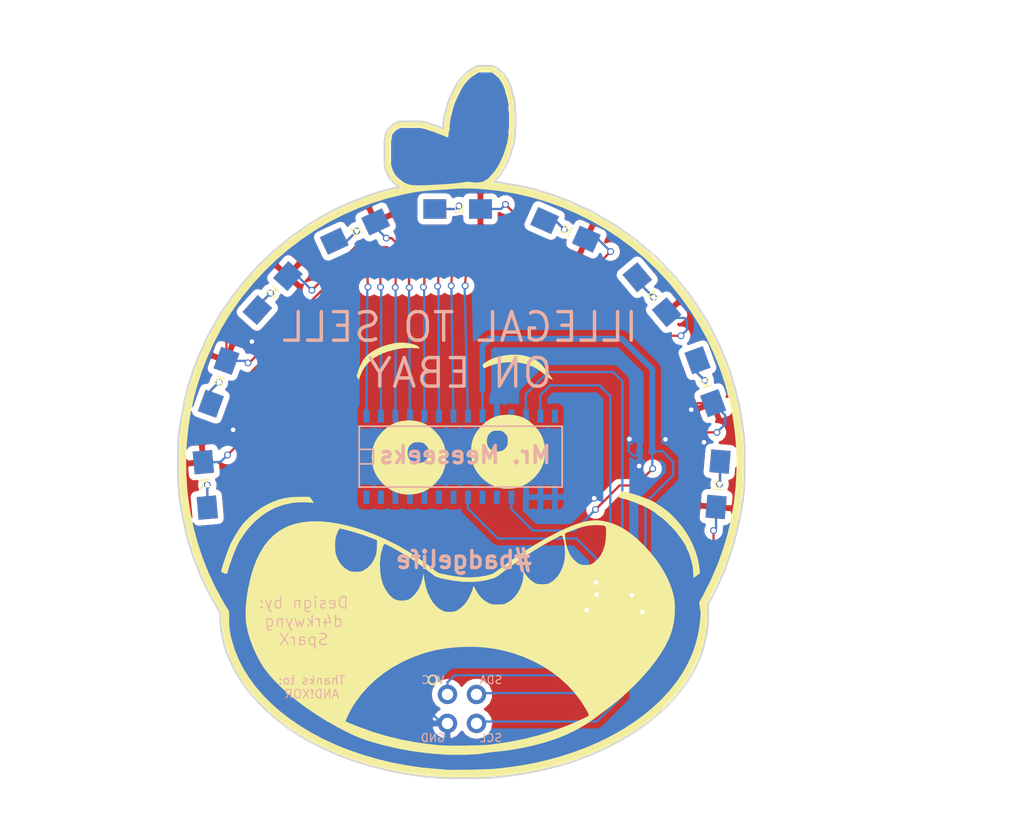
<source format=kicad_pcb>
(kicad_pcb (version 4) (host pcbnew 4.0.7)
  (layers (0 F.Cu signal) (31 B.Cu signal) (34 B.Paste user) (35 F.Paste user) (36 B.SilkS user) (37 F.SilkS user) (38 B.Mask user) (39 F.Mask user) (44 Edge.Cuts user))
  (net 0 "")
  (net 1 +3V3)
  (net 2 GND)
  (net 3 "Net-(D1-Pad2)")
  (net 4 "Net-(D2-Pad2)")
  (net 5 "Net-(D3-Pad2)")
  (net 6 "Net-(D4-Pad2)")
  (net 7 "Net-(D5-Pad2)")
  (net 8 "Net-(D6-Pad2)")
  (net 9 "Net-(D7-Pad2)")
  (net 10 "Net-(D8-Pad2)")
  (net 11 "Net-(D9-Pad2)")
  (net 12 "Net-(R1-Pad1)")
  (net 13 "Net-(R2-Pad1)")
  (net 14 "Net-(R3-Pad1)")
  (net 15 "Net-(R4-Pad1)")
  (net 16 "Net-(R5-Pad1)")
  (net 17 "Net-(R6-Pad1)")
  (net 18 "Net-(R7-Pad1)")
  (net 19 "Net-(R8-Pad1)")
  (net 20 "Net-(R9-Pad1)")
  (net 21 scl)
  (net 22 sda)
  (net 23 "Net-(U1-Pad19)")
  (net 24 "Net-(U1-Pad20)")
  (net 25 "Net-(U1-Pad22)")
  (net 26 "Net-(U1-Pad23)")
  (net 27 "Net-(U1-Pad24)")
  (net 28 "Net-(U1-Pad25)")
  (net 29 "Net-(U1-Pad26)")
  (net 30 "Net-(U1-Pad27)")
  (net 31 "Net-(U1-Pad28)")
  (module mrmeeseeks-addon:LED_1206_HandSoldering_MinSilk (layer F.Cu) (at 120.4468 93.0148 110)
    (fp_text reference D8)
    (fp_text value LED)
    (pad 1 smd rect (at -2 0 110) (size 2 1.7) (layers F.Cu F.Paste F.Mask) (net 2 GND))
    (pad 2 smd rect (at 2 0 110) (size 2 1.7) (layers F.Cu F.Paste F.Mask) (net 10 "Net-(D8-Pad2)"))
  )
  (module mrmeeseeks-addon-design:soldermask (layer F.Cu) (at 99.06 96.52)
    (fp_text reference G*** hide)
    (fp_text value LOGO hide)
  )
  (module mrmeeseeks-addon:silkscreen (layer F.Cu) (at 99.06 96.52)
    (fp_text reference G*** hide)
    (fp_text value LOGO hide)
  )
  (module mrmeeseeks-addon:Badgelife-Shitty-2x2 (layer F.Cu) (at 99.1362 121.6914)
    (fp_text reference X1)
    (fp_text value Badgelife_shitty_connector)
    (fp_text user SDA (at 2.54 -2.54) (layer B.SilkS) (effects (font (size 0.7 0.7) (thickness 0.1)) (justify mirror)))
    (fp_text user SCL (at 2.54 2.54) (layer B.SilkS) (effects (font (size 0.7 0.7) (thickness 0.1)) (justify mirror)))
    (fp_text user GND (at -2.54 2.54) (layer B.SilkS) (effects (font (size 0.7 0.7) (thickness 0.1)) (justify mirror)))
    (fp_text user VCC (at -2.54 -2.54) (layer B.SilkS) (effects (font (size 0.7 0.7) (thickness 0.1)) (justify mirror)))
    (pad 4 thru_hole circle (at 1.27 -1.27) (size 1.7 1.7) (drill 1) (layers *.Cu *.Mask) (net 22 sda))
    (pad 3 thru_hole oval (at 1.27 1.27) (size 1.7 1.7) (drill 1) (layers *.Cu *.Mask) (net 21 scl))
    (pad 1 thru_hole oval (at -1.27 -1.27) (size 1.7 1.7) (drill 1) (layers *.Cu *.Mask) (net 1 +3V3))
    (pad 2 thru_hole oval (at -1.27 1.27) (size 1.7 1.7) (drill 1) (layers *.Cu *.Mask) (net 2 GND))
  )
  (module mrmeeseeks-addon:C_0402_NoSilk_NoText (layer B.Cu) (at 115.25504 99.10064 180)
    (fp_text reference C1)
    (fp_text value 0.1uf)
    (pad 1 smd rect (at -0.55 0 180) (size 0.6 0.5) (layers B.Cu B.Paste B.Mask) (net 1 +3V3))
    (pad 2 smd rect (at 0.55 0 180) (size 0.6 0.5) (layers B.Cu B.Paste B.Mask) (net 2 GND))
  )
  (module mrmeeseeks-addon:R_1206_HandSoldering_NoSilk (layer B.Cu) (at 108.204 79.7052 156)
    (fp_text reference R6)
    (fp_text value 220)
    (pad 1 smd rect (at -2 0 156) (size 2 1.7) (layers B.Cu B.Paste B.Mask) (net 17 "Net-(R6-Pad1)"))
    (pad 2 smd rect (at 2 0 156) (size 2 1.7) (layers B.Cu B.Paste B.Mask) (net 8 "Net-(D6-Pad2)"))
  )
  (module mrmeeseeks-addon:R_1206_HandSoldering_NoSilk (layer B.Cu) (at 76.6572 102.0572 275)
    (fp_text reference R1)
    (fp_text value 220)
    (pad 1 smd rect (at -2 0 275) (size 2 1.7) (layers B.Cu B.Paste B.Mask) (net 12 "Net-(R1-Pad1)"))
    (pad 2 smd rect (at 2 0 275) (size 2 1.7) (layers B.Cu B.Paste B.Mask) (net 3 "Net-(D1-Pad2)"))
  )
  (module mrmeeseeks-addon:R_1206_HandSoldering_NoSilk (layer B.Cu) (at 77.8256 93.0656 250)
    (fp_text reference R2)
    (fp_text value 220)
    (pad 1 smd rect (at -2 0 250) (size 2 1.7) (layers B.Cu B.Paste B.Mask) (net 13 "Net-(R2-Pad1)"))
    (pad 2 smd rect (at 2 0 250) (size 2 1.7) (layers B.Cu B.Paste B.Mask) (net 4 "Net-(D2-Pad2)"))
  )
  (module mrmeeseeks-addon:R_1206_HandSoldering_NoSilk (layer B.Cu) (at 82.55 85.2424 228)
    (fp_text reference R3)
    (fp_text value 220)
    (pad 1 smd rect (at -2 0 228) (size 2 1.7) (layers B.Cu B.Paste B.Mask) (net 14 "Net-(R3-Pad1)"))
    (pad 2 smd rect (at 2 0 228) (size 2 1.7) (layers B.Cu B.Paste B.Mask) (net 5 "Net-(D3-Pad2)"))
  )
  (module mrmeeseeks-addon:R_1206_HandSoldering_NoSilk (layer B.Cu) (at 89.7636 79.8576 205)
    (fp_text reference R4)
    (fp_text value 220)
    (pad 1 smd rect (at -2 0 205) (size 2 1.7) (layers B.Cu B.Paste B.Mask) (net 15 "Net-(R4-Pad1)"))
    (pad 2 smd rect (at 2 0 205) (size 2 1.7) (layers B.Cu B.Paste B.Mask) (net 6 "Net-(D4-Pad2)"))
  )
  (module mrmeeseeks-addon:R_1206_HandSoldering_NoSilk (layer B.Cu) (at 98.7552 77.8764 180)
    (fp_text reference R5)
    (fp_text value 220)
    (pad 1 smd rect (at -2 0 180) (size 2 1.7) (layers B.Cu B.Paste B.Mask) (net 16 "Net-(R5-Pad1)"))
    (pad 2 smd rect (at 2 0 180) (size 2 1.7) (layers B.Cu B.Paste B.Mask) (net 7 "Net-(D5-Pad2)"))
  )
  (module mrmeeseeks-addon:R_1206_HandSoldering_NoSilk (layer B.Cu) (at 115.7732 85.3948 130)
    (fp_text reference R7)
    (fp_text value 220)
    (pad 1 smd rect (at -2 0 130) (size 2 1.7) (layers B.Cu B.Paste B.Mask) (net 18 "Net-(R7-Pad1)"))
    (pad 2 smd rect (at 2 0 130) (size 2 1.7) (layers B.Cu B.Paste B.Mask) (net 9 "Net-(D7-Pad2)"))
  )
  (module mrmeeseeks-addon:R_1206_HandSoldering_NoSilk (layer B.Cu) (at 120.4468 93.0148 110)
    (fp_text reference R8)
    (fp_text value 220)
    (pad 1 smd rect (at -2 0 110) (size 2 1.7) (layers B.Cu B.Paste B.Mask) (net 19 "Net-(R8-Pad1)"))
    (pad 2 smd rect (at 2 0 110) (size 2 1.7) (layers B.Cu B.Paste B.Mask) (net 10 "Net-(D8-Pad2)"))
  )
  (module mrmeeseeks-addon:R_1206_HandSoldering_NoSilk (layer B.Cu) (at 121.5644 102.0064 85)
    (fp_text reference R9)
    (fp_text value 220)
    (pad 1 smd rect (at -2 0 85) (size 2 1.7) (layers B.Cu B.Paste B.Mask) (net 20 "Net-(R9-Pad1)"))
    (pad 2 smd rect (at 2 0 85) (size 2 1.7) (layers B.Cu B.Paste B.Mask) (net 11 "Net-(D9-Pad2)"))
  )
  (module mrmeeseeks-addon:LED_1206_HandSoldering_MinSilk (layer F.Cu) (at 76.6572 102.0572 275)
    (fp_text reference D1)
    (fp_text value LED)
    (pad 1 smd rect (at -2 0 275) (size 2 1.7) (layers F.Cu F.Paste F.Mask) (net 2 GND))
    (pad 2 smd rect (at 2 0 275) (size 2 1.7) (layers F.Cu F.Paste F.Mask) (net 3 "Net-(D1-Pad2)"))
  )
  (module mrmeeseeks-addon:LED_1206_HandSoldering_MinSilk (layer F.Cu) (at 77.8256 93.0656 250)
    (fp_text reference D2)
    (fp_text value LED)
    (pad 1 smd rect (at -2 0 250) (size 2 1.7) (layers F.Cu F.Paste F.Mask) (net 2 GND))
    (pad 2 smd rect (at 2 0 250) (size 2 1.7) (layers F.Cu F.Paste F.Mask) (net 4 "Net-(D2-Pad2)"))
  )
  (module mrmeeseeks-addon:LED_1206_HandSoldering_MinSilk (layer F.Cu) (at 82.55 85.2424 228)
    (fp_text reference D3)
    (fp_text value LED)
    (pad 1 smd rect (at -2 0 228) (size 2 1.7) (layers F.Cu F.Paste F.Mask) (net 2 GND))
    (pad 2 smd rect (at 2 0 228) (size 2 1.7) (layers F.Cu F.Paste F.Mask) (net 5 "Net-(D3-Pad2)"))
  )
  (module mrmeeseeks-addon:LED_1206_HandSoldering_MinSilk (layer F.Cu) (at 89.7636 79.8576 205)
    (fp_text reference D4)
    (fp_text value LED)
    (pad 1 smd rect (at -2 0 205) (size 2 1.7) (layers F.Cu F.Paste F.Mask) (net 2 GND))
    (pad 2 smd rect (at 2 0 205) (size 2 1.7) (layers F.Cu F.Paste F.Mask) (net 6 "Net-(D4-Pad2)"))
  )
  (module mrmeeseeks-addon:LED_1206_HandSoldering_MinSilk (layer F.Cu) (at 98.7552 77.8764 180)
    (fp_text reference D5)
    (fp_text value LED)
    (pad 1 smd rect (at -2 0 180) (size 2 1.7) (layers F.Cu F.Paste F.Mask) (net 2 GND))
    (pad 2 smd rect (at 2 0 180) (size 2 1.7) (layers F.Cu F.Paste F.Mask) (net 7 "Net-(D5-Pad2)"))
  )
  (module mrmeeseeks-addon:LED_1206_HandSoldering_MinSilk (layer F.Cu) (at 108.204 79.7052 156)
    (fp_text reference D6)
    (fp_text value LED)
    (pad 1 smd rect (at -2 0 156) (size 2 1.7) (layers F.Cu F.Paste F.Mask) (net 2 GND))
    (pad 2 smd rect (at 2 0 156) (size 2 1.7) (layers F.Cu F.Paste F.Mask) (net 8 "Net-(D6-Pad2)"))
  )
  (module mrmeeseeks-addon:LED_1206_HandSoldering_MinSilk (layer F.Cu) (at 115.7732 85.3948 130)
    (fp_text reference D7)
    (fp_text value LED)
    (pad 1 smd rect (at -2 0 130) (size 2 1.7) (layers F.Cu F.Paste F.Mask) (net 2 GND))
    (pad 2 smd rect (at 2 0 130) (size 2 1.7) (layers F.Cu F.Paste F.Mask) (net 9 "Net-(D7-Pad2)"))
  )
  (module mrmeeseeks-addon:LED_1206_HandSoldering_MinSilk (layer F.Cu) (at 121.5644 102.0064 85)
    (fp_text reference D9)
    (fp_text value LED)
    (pad 1 smd rect (at -2 0 85) (size 2 1.7) (layers F.Cu F.Paste F.Mask) (net 2 GND))
    (pad 2 smd rect (at 2 0 85) (size 2 1.7) (layers F.Cu F.Paste F.Mask) (net 11 "Net-(D9-Pad2)"))
  )
  (module Libraries:SOIC-28_NoSilk (layer B.Cu) (at 99.0219 99.5807)
    (fp_text reference U1)
    (fp_text value MCP23017)
    (pad 1 smd rect (at -8.255 -3.556) (size 0.508 1.143) (layers B.Cu B.Paste B.Mask) (net 12 "Net-(R1-Pad1)"))
    (pad 2 smd rect (at -6.985 -3.556) (size 0.508 1.143) (layers B.Cu B.Paste B.Mask) (net 13 "Net-(R2-Pad1)"))
    (pad 3 smd rect (at -5.715 -3.556) (size 0.508 1.143) (layers B.Cu B.Paste B.Mask) (net 14 "Net-(R3-Pad1)"))
    (pad 4 smd rect (at -4.445 -3.556) (size 0.508 1.143) (layers B.Cu B.Paste B.Mask) (net 15 "Net-(R4-Pad1)"))
    (pad 5 smd rect (at -3.175 -3.556) (size 0.508 1.143) (layers B.Cu B.Paste B.Mask) (net 16 "Net-(R5-Pad1)"))
    (pad 6 smd rect (at -1.905 -3.556) (size 0.508 1.143) (layers B.Cu B.Paste B.Mask) (net 17 "Net-(R6-Pad1)"))
    (pad 7 smd rect (at -0.635 -3.556) (size 0.508 1.143) (layers B.Cu B.Paste B.Mask) (net 18 "Net-(R7-Pad1)"))
    (pad 8 smd rect (at 0.635 -3.556) (size 0.508 1.143) (layers B.Cu B.Paste B.Mask) (net 19 "Net-(R8-Pad1)"))
    (pad 9 smd rect (at 1.905 -3.556) (size 0.508 1.143) (layers B.Cu B.Paste B.Mask) (net 1 +3V3))
    (pad 10 smd rect (at 3.175 -3.556) (size 0.508 1.143) (layers B.Cu B.Paste B.Mask) (net 2 GND))
    (pad 11 smd rect (at 4.445 -3.556) (size 0.508 1.143) (layers B.Cu B.Paste B.Mask))
    (pad 12 smd rect (at 5.715 -3.556) (size 0.508 1.143) (layers B.Cu B.Paste B.Mask) (net 21 scl))
    (pad 13 smd rect (at 6.985 -3.556) (size 0.508 1.143) (layers B.Cu B.Paste B.Mask) (net 22 sda))
    (pad 14 smd rect (at 8.255 -3.556) (size 0.508 1.143) (layers B.Cu B.Paste B.Mask))
    (pad 15 smd rect (at 8.255 3.556) (size 0.508 1.143) (layers B.Cu B.Paste B.Mask) (net 2 GND))
    (pad 16 smd rect (at 6.985 3.556) (size 0.508 1.143) (layers B.Cu B.Paste B.Mask) (net 2 GND))
    (pad 17 smd rect (at 5.715 3.556) (size 0.508 1.143) (layers B.Cu B.Paste B.Mask) (net 2 GND))
    (pad 18 smd rect (at 4.445 3.556) (size 0.508 1.143) (layers B.Cu B.Paste B.Mask) (net 1 +3V3))
    (pad 19 smd rect (at 3.175 3.556) (size 0.508 1.143) (layers B.Cu B.Paste B.Mask) (net 23 "Net-(U1-Pad19)"))
    (pad 20 smd rect (at 1.905 3.556) (size 0.508 1.143) (layers B.Cu B.Paste B.Mask) (net 24 "Net-(U1-Pad20)"))
    (pad 21 smd rect (at 0.635 3.556) (size 0.508 1.143) (layers B.Cu B.Paste B.Mask) (net 20 "Net-(R9-Pad1)"))
    (pad 22 smd rect (at -0.635 3.556) (size 0.508 1.143) (layers B.Cu B.Paste B.Mask) (net 25 "Net-(U1-Pad22)"))
    (pad 23 smd rect (at -1.905 3.556) (size 0.508 1.143) (layers B.Cu B.Paste B.Mask) (net 26 "Net-(U1-Pad23)"))
    (pad 24 smd rect (at -3.175 3.556) (size 0.508 1.143) (layers B.Cu B.Paste B.Mask) (net 27 "Net-(U1-Pad24)"))
    (pad 25 smd rect (at -4.445 3.556) (size 0.508 1.143) (layers B.Cu B.Paste B.Mask) (net 28 "Net-(U1-Pad25)"))
    (pad 26 smd rect (at -5.715 3.556) (size 0.508 1.143) (layers B.Cu B.Paste B.Mask) (net 29 "Net-(U1-Pad26)"))
    (pad 27 smd rect (at -6.985 3.556) (size 0.508 1.143) (layers B.Cu B.Paste B.Mask) (net 30 "Net-(U1-Pad27)"))
    (pad 28 smd rect (at -8.255 3.556) (size 0.508 1.143) (layers B.Cu B.Paste B.Mask) (net 31 "Net-(U1-Pad28)"))
  )
  (gr_text "ILLEGAL TO SELL\nON EBAY" (at 98.9584 90.2462) (layer B.SilkS) (effects (font (size 2.5 2.5) (thickness 0.3)) (justify mirror)))
  (gr_text "Mr. Meeseeks" (at 99.40544 99.441) (layer B.SilkS) (effects (font (size 1.5 1.5) (thickness 0.3)) (justify mirror)))
  (gr_text "#badgelife" (at 99.2886 108.6231) (layer B.SilkS) (effects (font (size 1.5 1.5) (thickness 0.3)) (justify mirror)))
  (gr_text "Thanks to:\nAND!XOR" (at 85.979 119.7864) (layer B.SilkS) (effects (font (size 0.75 0.75) (thickness 0.1)) (justify mirror)))
  (gr_text "Design by:\nd4rkwyng\nSparX" (at 85.27288 113.9952) (layer B.SilkS) (effects (font (size 1 1) (thickness 0.1)) (justify mirror)))
  (gr_line (start 110.49 78.0796) (end 110.8456 78.2828) (angle 90) (layer Edge.Cuts) (width 0.15))
  (gr_line (start 109.474 77.6224) (end 110.49 78.0796) (angle 90) (layer Edge.Cuts) (width 0.15))
  (gr_line (start 108.8644 77.3176) (end 109.474 77.6224) (angle 90) (layer Edge.Cuts) (width 0.15))
  (gr_line (start 108.1024 77.0128) (end 108.8644 77.3176) (angle 90) (layer Edge.Cuts) (width 0.15))
  (gr_line (start 107.2896 76.708) (end 108.1024 77.0128) (angle 90) (layer Edge.Cuts) (width 0.15))
  (gr_line (start 106.4768 76.454) (end 107.2896 76.708) (angle 90) (layer Edge.Cuts) (width 0.15))
  (gr_line (start 105.664 76.2) (end 106.4768 76.454) (angle 90) (layer Edge.Cuts) (width 0.15))
  (gr_line (start 104.902 75.9968) (end 105.664 76.2) (angle 90) (layer Edge.Cuts) (width 0.15))
  (gr_line (start 103.8352 75.7936) (end 104.902 75.9968) (angle 90) (layer Edge.Cuts) (width 0.15))
  (gr_line (start 102.9716 75.6412) (end 103.8352 75.7936) (angle 90) (layer Edge.Cuts) (width 0.15))
  (gr_line (start 102.4128 75.5396) (end 102.9716 75.6412) (angle 90) (layer Edge.Cuts) (width 0.15))
  (gr_line (start 101.9556 75.4888) (end 102.4128 75.5396) (angle 90) (layer Edge.Cuts) (width 0.15))
  (gr_line (start 102.4636 74.93) (end 101.9556 75.4888) (angle 90) (layer Edge.Cuts) (width 0.15))
  (gr_line (start 102.9208 74.2188) (end 102.4636 74.93) (angle 90) (layer Edge.Cuts) (width 0.15))
  (gr_line (start 103.124 73.7616) (end 102.9208 74.2188) (angle 90) (layer Edge.Cuts) (width 0.15))
  (gr_line (start 103.3272 73.3044) (end 103.124 73.7616) (angle 90) (layer Edge.Cuts) (width 0.15))
  (gr_line (start 103.5304 72.644) (end 103.3272 73.3044) (angle 90) (layer Edge.Cuts) (width 0.15))
  (gr_line (start 103.6828 72.136) (end 103.5304 72.644) (angle 90) (layer Edge.Cuts) (width 0.15))
  (gr_line (start 103.7844 71.4756) (end 103.6828 72.136) (angle 90) (layer Edge.Cuts) (width 0.15))
  (gr_line (start 103.7844 71.2216) (end 103.7844 71.4756) (angle 90) (layer Edge.Cuts) (width 0.15))
  (gr_line (start 103.8352 70.5612) (end 103.7844 71.2216) (angle 90) (layer Edge.Cuts) (width 0.15))
  (gr_line (start 103.8352 69.9008) (end 103.8352 70.5612) (angle 90) (layer Edge.Cuts) (width 0.15))
  (gr_line (start 103.8352 69.6976) (end 103.8352 69.9008) (angle 90) (layer Edge.Cuts) (width 0.15))
  (gr_line (start 103.7844 68.9864) (end 103.8352 69.6976) (angle 90) (layer Edge.Cuts) (width 0.15))
  (gr_line (start 103.7844 68.6816) (end 103.7844 68.9864) (angle 90) (layer Edge.Cuts) (width 0.15))
  (gr_line (start 103.6828 68.1228) (end 103.7844 68.6816) (angle 90) (layer Edge.Cuts) (width 0.15))
  (gr_line (start 103.5812 67.7672) (end 103.6828 68.1228) (angle 90) (layer Edge.Cuts) (width 0.15))
  (gr_line (start 103.4288 67.2084) (end 103.5812 67.7672) (angle 90) (layer Edge.Cuts) (width 0.15))
  (gr_line (start 103.2256 66.7004) (end 103.4288 67.2084) (angle 90) (layer Edge.Cuts) (width 0.15))
  (gr_line (start 103.0732 66.4464) (end 103.2256 66.7004) (angle 90) (layer Edge.Cuts) (width 0.15))
  (gr_line (start 102.8192 66.04) (end 103.0732 66.4464) (angle 90) (layer Edge.Cuts) (width 0.15))
  (gr_line (start 102.4636 65.7352) (end 102.8192 66.04) (angle 90) (layer Edge.Cuts) (width 0.15))
  (gr_line (start 102.1588 65.4812) (end 102.4636 65.7352) (angle 90) (layer Edge.Cuts) (width 0.15))
  (gr_line (start 101.8032 65.3288) (end 102.1588 65.4812) (angle 90) (layer Edge.Cuts) (width 0.15))
  (gr_line (start 100.4824 65.3288) (end 101.8032 65.3288) (angle 90) (layer Edge.Cuts) (width 0.15))
  (gr_line (start 100.2792 65.4304) (end 100.4824 65.3288) (angle 90) (layer Edge.Cuts) (width 0.15))
  (gr_line (start 99.8728 65.6844) (end 100.2792 65.4304) (angle 90) (layer Edge.Cuts) (width 0.15))
  (gr_line (start 99.568 65.8876) (end 99.8728 65.6844) (angle 90) (layer Edge.Cuts) (width 0.15))
  (gr_line (start 99.06 66.3956) (end 99.568 65.8876) (angle 90) (layer Edge.Cuts) (width 0.15))
  (gr_line (start 98.7552 66.802) (end 99.06 66.3956) (angle 90) (layer Edge.Cuts) (width 0.15))
  (gr_line (start 98.5012 67.2592) (end 98.7552 66.802) (angle 90) (layer Edge.Cuts) (width 0.15))
  (gr_line (start 98.2472 67.7672) (end 98.5012 67.2592) (angle 90) (layer Edge.Cuts) (width 0.15))
  (gr_line (start 98.0948 68.1228) (end 98.2472 67.7672) (angle 90) (layer Edge.Cuts) (width 0.15))
  (gr_line (start 97.9932 68.326) (end 98.0948 68.1228) (angle 90) (layer Edge.Cuts) (width 0.15))
  (gr_line (start 97.8916 68.6308) (end 97.9932 68.326) (angle 90) (layer Edge.Cuts) (width 0.15))
  (gr_line (start 97.79 68.9864) (end 97.8916 68.6308) (angle 90) (layer Edge.Cuts) (width 0.15))
  (gr_line (start 97.6884 69.3928) (end 97.79 68.9864) (angle 90) (layer Edge.Cuts) (width 0.15))
  (gr_line (start 97.5868 69.7484) (end 97.6884 69.3928) (angle 90) (layer Edge.Cuts) (width 0.15))
  (gr_line (start 97.536 70.104) (end 97.5868 69.7484) (angle 90) (layer Edge.Cuts) (width 0.15))
  (gr_line (start 97.4852 70.4596) (end 97.536 70.104) (angle 90) (layer Edge.Cuts) (width 0.15))
  (gr_line (start 97.4852 70.8152) (end 97.4852 70.4596) (angle 90) (layer Edge.Cuts) (width 0.15))
  (gr_line (start 97.3328 70.7644) (end 97.4852 70.8152) (angle 90) (layer Edge.Cuts) (width 0.15))
  (gr_line (start 97.1804 70.7136) (end 97.3328 70.7644) (angle 90) (layer Edge.Cuts) (width 0.15))
  (gr_line (start 96.9772 70.612) (end 97.1804 70.7136) (angle 90) (layer Edge.Cuts) (width 0.15))
  (gr_line (start 96.8248 70.5612) (end 96.9772 70.612) (angle 90) (layer Edge.Cuts) (width 0.15))
  (gr_line (start 96.4692 70.4596) (end 96.8248 70.5612) (angle 90) (layer Edge.Cuts) (width 0.15))
  (gr_line (start 96.1644 70.358) (end 96.4692 70.4596) (angle 90) (layer Edge.Cuts) (width 0.15))
  (gr_line (start 96.0628 70.3072) (end 96.1644 70.358) (angle 90) (layer Edge.Cuts) (width 0.15))
  (gr_line (start 95.758 70.2564) (end 96.0628 70.3072) (angle 90) (layer Edge.Cuts) (width 0.15))
  (gr_line (start 95.5548 70.2056) (end 95.758 70.2564) (angle 90) (layer Edge.Cuts) (width 0.15))
  (gr_line (start 95.1992 70.2056) (end 95.5548 70.2056) (angle 90) (layer Edge.Cuts) (width 0.15))
  (gr_line (start 94.9452 70.2056) (end 95.1992 70.2056) (angle 90) (layer Edge.Cuts) (width 0.15))
  (gr_line (start 94.488 70.2056) (end 94.9452 70.2056) (angle 90) (layer Edge.Cuts) (width 0.15))
  (gr_line (start 93.8784 70.2056) (end 94.488 70.2056) (angle 90) (layer Edge.Cuts) (width 0.15))
  (gr_line (start 93.6244 70.2056) (end 93.8784 70.2056) (angle 90) (layer Edge.Cuts) (width 0.15))
  (gr_line (start 93.5228 70.2564) (end 93.6244 70.2056) (angle 90) (layer Edge.Cuts) (width 0.15))
  (gr_line (start 93.2688 70.358) (end 93.5228 70.2564) (angle 90) (layer Edge.Cuts) (width 0.15))
  (gr_line (start 92.964 70.5612) (end 93.2688 70.358) (angle 90) (layer Edge.Cuts) (width 0.15))
  (gr_line (start 92.7608 70.7644) (end 92.964 70.5612) (angle 90) (layer Edge.Cuts) (width 0.15))
  (gr_line (start 92.5576 71.0184) (end 92.7608 70.7644) (angle 90) (layer Edge.Cuts) (width 0.15))
  (gr_line (start 92.456 71.2724) (end 92.5576 71.0184) (angle 90) (layer Edge.Cuts) (width 0.15))
  (gr_line (start 92.4052 71.628) (end 92.456 71.2724) (angle 90) (layer Edge.Cuts) (width 0.15))
  (gr_line (start 92.3544 71.882) (end 92.4052 71.628) (angle 90) (layer Edge.Cuts) (width 0.15))
  (gr_line (start 92.3544 71.9836) (end 92.3544 71.882) (angle 90) (layer Edge.Cuts) (width 0.15))
  (gr_line (start 92.3544 72.4916) (end 92.3544 71.9836) (angle 90) (layer Edge.Cuts) (width 0.15))
  (gr_line (start 92.3544 73.1012) (end 92.3544 72.4916) (angle 90) (layer Edge.Cuts) (width 0.15))
  (gr_line (start 92.3544 73.66) (end 92.3544 73.1012) (angle 90) (layer Edge.Cuts) (width 0.15))
  (gr_line (start 92.3544 74.0156) (end 92.3544 73.66) (angle 90) (layer Edge.Cuts) (width 0.15))
  (gr_line (start 92.4052 74.2696) (end 92.3544 74.0156) (angle 90) (layer Edge.Cuts) (width 0.15))
  (gr_line (start 92.456 74.4728) (end 92.4052 74.2696) (angle 90) (layer Edge.Cuts) (width 0.15))
  (gr_line (start 92.5576 74.7268) (end 92.456 74.4728) (angle 90) (layer Edge.Cuts) (width 0.15))
  (gr_line (start 92.71 75.0316) (end 92.5576 74.7268) (angle 90) (layer Edge.Cuts) (width 0.15))
  (gr_line (start 92.8624 75.2856) (end 92.71 75.0316) (angle 90) (layer Edge.Cuts) (width 0.15))
  (gr_line (start 92.964 75.3872) (end 92.8624 75.2856) (angle 90) (layer Edge.Cuts) (width 0.15))
  (gr_line (start 93.2688 75.692) (end 92.964 75.3872) (angle 90) (layer Edge.Cuts) (width 0.15))
  (gr_line (start 93.472 75.8444) (end 93.2688 75.692) (angle 90) (layer Edge.Cuts) (width 0.15))
  (gr_line (start 93.6244 75.946) (end 93.472 75.8444) (angle 90) (layer Edge.Cuts) (width 0.15))
  (gr_line (start 93.1164 76.0476) (end 93.6244 75.946) (angle 90) (layer Edge.Cuts) (width 0.15))
  (gr_line (start 92.5068 76.2) (end 93.1164 76.0476) (angle 90) (layer Edge.Cuts) (width 0.15))
  (gr_line (start 91.8464 76.4032) (end 92.5068 76.2) (angle 90) (layer Edge.Cuts) (width 0.15))
  (gr_line (start 91.0336 76.6572) (end 91.8464 76.4032) (angle 90) (layer Edge.Cuts) (width 0.15))
  (gr_line (start 90.4748 76.8604) (end 91.0336 76.6572) (angle 90) (layer Edge.Cuts) (width 0.15))
  (gr_line (start 90.2208 76.962) (end 90.4748 76.8604) (angle 90) (layer Edge.Cuts) (width 0.15))
  (gr_line (start 89.5604 77.216) (end 90.2208 76.962) (angle 90) (layer Edge.Cuts) (width 0.15))
  (gr_line (start 88.7476 77.5716) (end 89.5604 77.216) (angle 90) (layer Edge.Cuts) (width 0.15))
  (gr_line (start 87.884 77.978) (end 88.7476 77.5716) (angle 90) (layer Edge.Cuts) (width 0.15))
  (gr_line (start 87.122 78.3844) (end 87.884 77.978) (angle 90) (layer Edge.Cuts) (width 0.15))
  (gr_line (start 86.7664 78.5876) (end 87.122 78.3844) (angle 90) (layer Edge.Cuts) (width 0.15))
  (gr_line (start 86.2584 78.8924) (end 86.7664 78.5876) (angle 90) (layer Edge.Cuts) (width 0.15))
  (gr_line (start 85.6488 79.248) (end 86.2584 78.8924) (angle 90) (layer Edge.Cuts) (width 0.15))
  (gr_line (start 85.0392 79.7052) (end 85.6488 79.248) (angle 90) (layer Edge.Cuts) (width 0.15))
  (gr_line (start 84.2772 80.2132) (end 85.0392 79.7052) (angle 90) (layer Edge.Cuts) (width 0.15))
  (gr_line (start 83.4136 80.9244) (end 84.2772 80.2132) (angle 90) (layer Edge.Cuts) (width 0.15))
  (gr_line (start 82.6516 81.534) (end 83.4136 80.9244) (angle 90) (layer Edge.Cuts) (width 0.15))
  (gr_line (start 81.5848 82.55) (end 82.6516 81.534) (angle 90) (layer Edge.Cuts) (width 0.15))
  (gr_line (start 81.026 83.1088) (end 81.5848 82.55) (angle 90) (layer Edge.Cuts) (width 0.15))
  (gr_line (start 80.4164 83.82) (end 81.026 83.1088) (angle 90) (layer Edge.Cuts) (width 0.15))
  (gr_line (start 80.01 84.2772) (end 80.4164 83.82) (angle 90) (layer Edge.Cuts) (width 0.15))
  (gr_line (start 79.4512 84.9884) (end 80.01 84.2772) (angle 90) (layer Edge.Cuts) (width 0.15))
  (gr_line (start 79.0448 85.4964) (end 79.4512 84.9884) (angle 90) (layer Edge.Cuts) (width 0.15))
  (gr_line (start 78.5876 86.1568) (end 79.0448 85.4964) (angle 90) (layer Edge.Cuts) (width 0.15))
  (gr_line (start 78.1304 86.8172) (end 78.5876 86.1568) (angle 90) (layer Edge.Cuts) (width 0.15))
  (gr_line (start 77.8256 87.3252) (end 78.1304 86.8172) (angle 90) (layer Edge.Cuts) (width 0.15))
  (gr_line (start 77.4192 88.0364) (end 77.8256 87.3252) (angle 90) (layer Edge.Cuts) (width 0.15))
  (gr_line (start 77.1652 88.4936) (end 77.4192 88.0364) (angle 90) (layer Edge.Cuts) (width 0.15))
  (gr_line (start 76.8096 89.1032) (end 77.1652 88.4936) (angle 90) (layer Edge.Cuts) (width 0.15))
  (gr_line (start 76.5556 89.7128) (end 76.8096 89.1032) (angle 90) (layer Edge.Cuts) (width 0.15))
  (gr_line (start 76.4032 90.0684) (end 76.5556 89.7128) (angle 90) (layer Edge.Cuts) (width 0.15))
  (gr_line (start 76.3524 90.17) (end 76.4032 90.0684) (angle 90) (layer Edge.Cuts) (width 0.15))
  (gr_line (start 76.0984 90.678) (end 76.3524 90.17) (angle 90) (layer Edge.Cuts) (width 0.15))
  (gr_line (start 75.8444 91.3892) (end 76.0984 90.678) (angle 90) (layer Edge.Cuts) (width 0.15))
  (gr_line (start 75.5904 91.9988) (end 75.8444 91.3892) (angle 90) (layer Edge.Cuts) (width 0.15))
  (gr_line (start 75.4888 92.3544) (end 75.5904 91.9988) (angle 90) (layer Edge.Cuts) (width 0.15))
  (gr_line (start 75.184 93.2688) (end 75.4888 92.3544) (angle 90) (layer Edge.Cuts) (width 0.15))
  (gr_line (start 74.9808 94.1324) (end 75.184 93.2688) (angle 90) (layer Edge.Cuts) (width 0.15))
  (gr_line (start 74.8284 94.6912) (end 74.9808 94.1324) (angle 90) (layer Edge.Cuts) (width 0.15))
  (gr_line (start 74.7776 95.0468) (end 74.8284 94.6912) (angle 90) (layer Edge.Cuts) (width 0.15))
  (gr_line (start 74.5744 96.012) (end 74.7776 95.0468) (angle 90) (layer Edge.Cuts) (width 0.15))
  (gr_line (start 74.4728 96.6724) (end 74.5744 96.012) (angle 90) (layer Edge.Cuts) (width 0.15))
  (gr_line (start 74.3204 97.7392) (end 74.4728 96.6724) (angle 90) (layer Edge.Cuts) (width 0.15))
  (gr_line (start 74.2696 98.552) (end 74.3204 97.7392) (angle 90) (layer Edge.Cuts) (width 0.15))
  (gr_line (start 74.2696 99.7204) (end 74.2696 98.552) (angle 90) (layer Edge.Cuts) (width 0.15))
  (gr_line (start 74.2696 100.838) (end 74.2696 99.7204) (angle 90) (layer Edge.Cuts) (width 0.15))
  (gr_line (start 74.2696 101.6508) (end 74.2696 100.838) (angle 90) (layer Edge.Cuts) (width 0.15))
  (gr_line (start 74.3204 102.5144) (end 74.2696 101.6508) (angle 90) (layer Edge.Cuts) (width 0.15))
  (gr_line (start 74.3712 103.0732) (end 74.3204 102.5144) (angle 90) (layer Edge.Cuts) (width 0.15))
  (gr_line (start 74.5236 104.0384) (end 74.3712 103.0732) (angle 90) (layer Edge.Cuts) (width 0.15))
  (gr_line (start 74.6252 104.5972) (end 74.5236 104.0384) (angle 90) (layer Edge.Cuts) (width 0.15))
  (gr_line (start 74.676 104.902) (end 74.6252 104.5972) (angle 90) (layer Edge.Cuts) (width 0.15))
  (gr_line (start 74.8792 105.8164) (end 74.676 104.902) (angle 90) (layer Edge.Cuts) (width 0.15))
  (gr_line (start 75.0824 106.7308) (end 74.8792 105.8164) (angle 90) (layer Edge.Cuts) (width 0.15))
  (gr_line (start 75.3872 107.696) (end 75.0824 106.7308) (angle 90) (layer Edge.Cuts) (width 0.15))
  (gr_line (start 75.6412 108.5088) (end 75.3872 107.696) (angle 90) (layer Edge.Cuts) (width 0.15))
  (gr_line (start 75.9968 109.3724) (end 75.6412 108.5088) (angle 90) (layer Edge.Cuts) (width 0.15))
  (gr_line (start 76.2 109.9312) (end 75.9968 109.3724) (angle 90) (layer Edge.Cuts) (width 0.15))
  (gr_line (start 76.5556 110.6932) (end 76.2 109.9312) (angle 90) (layer Edge.Cuts) (width 0.15))
  (gr_line (start 76.962 111.5568) (end 76.5556 110.6932) (angle 90) (layer Edge.Cuts) (width 0.15))
  (gr_line (start 77.3176 112.1664) (end 76.962 111.5568) (angle 90) (layer Edge.Cuts) (width 0.15))
  (gr_line (start 77.724 112.8776) (end 77.3176 112.1664) (angle 90) (layer Edge.Cuts) (width 0.15))
  (gr_line (start 77.978 113.3348) (end 77.724 112.8776) (angle 90) (layer Edge.Cuts) (width 0.15))
  (gr_line (start 77.978 113.4872) (end 77.978 113.3348) (angle 90) (layer Edge.Cuts) (width 0.15))
  (gr_line (start 77.978 114.2492) (end 77.978 113.4872) (angle 90) (layer Edge.Cuts) (width 0.15))
  (gr_line (start 78.0796 115.0112) (end 77.978 114.2492) (angle 90) (layer Edge.Cuts) (width 0.15))
  (gr_line (start 78.2828 115.9764) (end 78.0796 115.0112) (angle 90) (layer Edge.Cuts) (width 0.15))
  (gr_line (start 78.486 116.6876) (end 78.2828 115.9764) (angle 90) (layer Edge.Cuts) (width 0.15))
  (gr_line (start 78.8416 117.5004) (end 78.486 116.6876) (angle 90) (layer Edge.Cuts) (width 0.15))
  (gr_line (start 79.1464 118.1608) (end 78.8416 117.5004) (angle 90) (layer Edge.Cuts) (width 0.15))
  (gr_line (start 79.502 118.7704) (end 79.1464 118.1608) (angle 90) (layer Edge.Cuts) (width 0.15))
  (gr_line (start 80.01 119.5832) (end 79.502 118.7704) (angle 90) (layer Edge.Cuts) (width 0.15))
  (gr_line (start 80.6704 120.4468) (end 80.01 119.5832) (angle 90) (layer Edge.Cuts) (width 0.15))
  (gr_line (start 81.3308 121.158) (end 80.6704 120.4468) (angle 90) (layer Edge.Cuts) (width 0.15))
  (gr_line (start 81.8388 121.666) (end 81.3308 121.158) (angle 90) (layer Edge.Cuts) (width 0.15))
  (gr_line (start 82.1944 122.0216) (end 81.8388 121.666) (angle 90) (layer Edge.Cuts) (width 0.15))
  (gr_line (start 83.058 122.7328) (end 82.1944 122.0216) (angle 90) (layer Edge.Cuts) (width 0.15))
  (gr_line (start 83.9216 123.3932) (end 83.058 122.7328) (angle 90) (layer Edge.Cuts) (width 0.15))
  (gr_line (start 84.9376 124.0536) (end 83.9216 123.3932) (angle 90) (layer Edge.Cuts) (width 0.15))
  (gr_line (start 85.9028 124.6124) (end 84.9376 124.0536) (angle 90) (layer Edge.Cuts) (width 0.15))
  (gr_line (start 86.8172 125.0696) (end 85.9028 124.6124) (angle 90) (layer Edge.Cuts) (width 0.15))
  (gr_line (start 87.6808 125.476) (end 86.8172 125.0696) (angle 90) (layer Edge.Cuts) (width 0.15))
  (gr_line (start 88.7984 125.9332) (end 87.6808 125.476) (angle 90) (layer Edge.Cuts) (width 0.15))
  (gr_line (start 89.8144 126.2888) (end 88.7984 125.9332) (angle 90) (layer Edge.Cuts) (width 0.15))
  (gr_line (start 90.932 126.6444) (end 89.8144 126.2888) (angle 90) (layer Edge.Cuts) (width 0.15))
  (gr_line (start 91.3384 126.746) (end 90.932 126.6444) (angle 90) (layer Edge.Cuts) (width 0.15))
  (gr_line (start 91.7448 126.8476) (end 91.3384 126.746) (angle 90) (layer Edge.Cuts) (width 0.15))
  (gr_line (start 92.5576 127.0508) (end 91.7448 126.8476) (angle 90) (layer Edge.Cuts) (width 0.15))
  (gr_line (start 93.0148 127.1524) (end 92.5576 127.0508) (angle 90) (layer Edge.Cuts) (width 0.15))
  (gr_line (start 94.3356 127.4064) (end 93.0148 127.1524) (angle 90) (layer Edge.Cuts) (width 0.15))
  (gr_line (start 95.758 127.6096) (end 94.3356 127.4064) (angle 90) (layer Edge.Cuts) (width 0.15))
  (gr_line (start 96.9264 127.7112) (end 95.758 127.6096) (angle 90) (layer Edge.Cuts) (width 0.15))
  (gr_line (start 97.8408 127.762) (end 96.9264 127.7112) (angle 90) (layer Edge.Cuts) (width 0.15))
  (gr_line (start 98.0948 127.762) (end 97.8408 127.762) (angle 90) (layer Edge.Cuts) (width 0.15))
  (gr_line (start 98.6028 127.762) (end 98.0948 127.762) (angle 90) (layer Edge.Cuts) (width 0.15))
  (gr_line (start 99.7712 127.762) (end 98.6028 127.762) (angle 90) (layer Edge.Cuts) (width 0.15))
  (gr_line (start 100.6856 127.762) (end 99.7712 127.762) (angle 90) (layer Edge.Cuts) (width 0.15))
  (gr_line (start 101.854 127.7112) (end 100.6856 127.762) (angle 90) (layer Edge.Cuts) (width 0.15))
  (gr_line (start 102.7684 127.6096) (end 101.854 127.7112) (angle 90) (layer Edge.Cuts) (width 0.15))
  (gr_line (start 103.632 127.508) (end 102.7684 127.6096) (angle 90) (layer Edge.Cuts) (width 0.15))
  (gr_line (start 104.902 127.3048) (end 103.632 127.508) (angle 90) (layer Edge.Cuts) (width 0.15))
  (gr_line (start 106.1212 127.0508) (end 104.902 127.3048) (angle 90) (layer Edge.Cuts) (width 0.15))
  (gr_line (start 106.9848 126.8476) (end 106.1212 127.0508) (angle 90) (layer Edge.Cuts) (width 0.15))
  (gr_line (start 107.95 126.5936) (end 106.9848 126.8476) (angle 90) (layer Edge.Cuts) (width 0.15))
  (gr_line (start 109.0676 126.238) (end 107.95 126.5936) (angle 90) (layer Edge.Cuts) (width 0.15))
  (gr_line (start 110.3884 125.73) (end 109.0676 126.238) (angle 90) (layer Edge.Cuts) (width 0.15))
  (gr_line (start 111.2012 125.3744) (end 110.3884 125.73) (angle 90) (layer Edge.Cuts) (width 0.15))
  (gr_line (start 111.9632 125.0188) (end 111.2012 125.3744) (angle 90) (layer Edge.Cuts) (width 0.15))
  (gr_line (start 112.4204 124.7648) (end 111.9632 125.0188) (angle 90) (layer Edge.Cuts) (width 0.15))
  (gr_line (start 112.9284 124.5108) (end 112.4204 124.7648) (angle 90) (layer Edge.Cuts) (width 0.15))
  (gr_line (start 113.4364 124.206) (end 112.9284 124.5108) (angle 90) (layer Edge.Cuts) (width 0.15))
  (gr_line (start 114.1984 123.7488) (end 113.4364 124.206) (angle 90) (layer Edge.Cuts) (width 0.15))
  (gr_line (start 115.0112 123.19) (end 114.1984 123.7488) (angle 90) (layer Edge.Cuts) (width 0.15))
  (gr_line (start 115.5192 122.8344) (end 115.0112 123.19) (angle 90) (layer Edge.Cuts) (width 0.15))
  (gr_line (start 116.2304 122.2248) (end 115.5192 122.8344) (angle 90) (layer Edge.Cuts) (width 0.15))
  (gr_line (start 117.1448 121.412) (end 116.2304 122.2248) (angle 90) (layer Edge.Cuts) (width 0.15))
  (gr_line (start 117.8052 120.7008) (end 117.1448 121.412) (angle 90) (layer Edge.Cuts) (width 0.15))
  (gr_line (start 118.7196 119.5324) (end 117.8052 120.7008) (angle 90) (layer Edge.Cuts) (width 0.15))
  (gr_line (start 119.0752 118.9736) (end 118.7196 119.5324) (angle 90) (layer Edge.Cuts) (width 0.15))
  (gr_line (start 119.4308 118.4148) (end 119.0752 118.9736) (angle 90) (layer Edge.Cuts) (width 0.15))
  (gr_line (start 119.9388 117.348) (end 119.4308 118.4148) (angle 90) (layer Edge.Cuts) (width 0.15))
  (gr_line (start 120.142 116.7384) (end 119.9388 117.348) (angle 90) (layer Edge.Cuts) (width 0.15))
  (gr_line (start 120.2944 116.2812) (end 120.142 116.7384) (angle 90) (layer Edge.Cuts) (width 0.15))
  (gr_line (start 120.4976 115.4684) (end 120.2944 116.2812) (angle 90) (layer Edge.Cuts) (width 0.15))
  (gr_line (start 120.65 114.6048) (end 120.4976 115.4684) (angle 90) (layer Edge.Cuts) (width 0.15))
  (gr_line (start 120.7008 113.9952) (end 120.65 114.6048) (angle 90) (layer Edge.Cuts) (width 0.15))
  (gr_line (start 120.7008 112.9284) (end 120.7008 113.9952) (angle 90) (layer Edge.Cuts) (width 0.15))
  (gr_line (start 120.7008 112.4712) (end 120.7008 112.9284) (angle 90) (layer Edge.Cuts) (width 0.15))
  (gr_line (start 120.8024 112.3188) (end 120.7008 112.4712) (angle 90) (layer Edge.Cuts) (width 0.15))
  (gr_line (start 121.158 111.6584) (end 120.8024 112.3188) (angle 90) (layer Edge.Cuts) (width 0.15))
  (gr_line (start 121.5644 110.8456) (end 121.158 111.6584) (angle 90) (layer Edge.Cuts) (width 0.15))
  (gr_line (start 121.8692 110.1344) (end 121.5644 110.8456) (angle 90) (layer Edge.Cuts) (width 0.15))
  (gr_line (start 122.1232 109.5756) (end 121.8692 110.1344) (angle 90) (layer Edge.Cuts) (width 0.15))
  (gr_line (start 122.3772 108.8644) (end 122.1232 109.5756) (angle 90) (layer Edge.Cuts) (width 0.15))
  (gr_line (start 122.682 108.0008) (end 122.3772 108.8644) (angle 90) (layer Edge.Cuts) (width 0.15))
  (gr_line (start 122.936 107.188) (end 122.682 108.0008) (angle 90) (layer Edge.Cuts) (width 0.15))
  (gr_line (start 123.19 106.2228) (end 122.936 107.188) (angle 90) (layer Edge.Cuts) (width 0.15))
  (gr_line (start 123.3932 105.3084) (end 123.19 106.2228) (angle 90) (layer Edge.Cuts) (width 0.15))
  (gr_line (start 123.5964 104.3432) (end 123.3932 105.3084) (angle 90) (layer Edge.Cuts) (width 0.15))
  (gr_line (start 123.7488 103.3272) (end 123.5964 104.3432) (angle 90) (layer Edge.Cuts) (width 0.15))
  (gr_line (start 123.8504 102.5144) (end 123.7488 103.3272) (angle 90) (layer Edge.Cuts) (width 0.15))
  (gr_line (start 123.9012 101.4984) (end 123.8504 102.5144) (angle 90) (layer Edge.Cuts) (width 0.15))
  (gr_line (start 123.9012 101.1936) (end 123.9012 101.4984) (angle 90) (layer Edge.Cuts) (width 0.15))
  (gr_line (start 123.9012 100.076) (end 123.9012 101.1936) (angle 90) (layer Edge.Cuts) (width 0.15))
  (gr_line (start 123.9012 98.8568) (end 123.9012 100.076) (angle 90) (layer Edge.Cuts) (width 0.15))
  (gr_line (start 123.8504 97.8408) (end 123.9012 98.8568) (angle 90) (layer Edge.Cuts) (width 0.15))
  (gr_line (start 123.7488 97.1296) (end 123.8504 97.8408) (angle 90) (layer Edge.Cuts) (width 0.15))
  (gr_line (start 123.6472 96.4184) (end 123.7488 97.1296) (angle 90) (layer Edge.Cuts) (width 0.15))
  (gr_line (start 123.5456 95.8596) (end 123.6472 96.4184) (angle 90) (layer Edge.Cuts) (width 0.15))
  (gr_line (start 123.3932 94.996) (end 123.5456 95.8596) (angle 90) (layer Edge.Cuts) (width 0.15))
  (gr_line (start 123.2408 94.3864) (end 123.3932 94.996) (angle 90) (layer Edge.Cuts) (width 0.15))
  (gr_line (start 123.0884 93.726) (end 123.2408 94.3864) (angle 90) (layer Edge.Cuts) (width 0.15))
  (gr_line (start 122.936 93.218) (end 123.0884 93.726) (angle 90) (layer Edge.Cuts) (width 0.15))
  (gr_line (start 122.6312 92.1512) (end 122.936 93.218) (angle 90) (layer Edge.Cuts) (width 0.15))
  (gr_line (start 122.1232 90.8304) (end 122.6312 92.1512) (angle 90) (layer Edge.Cuts) (width 0.15))
  (gr_line (start 121.666 89.7636) (end 122.1232 90.8304) (angle 90) (layer Edge.Cuts) (width 0.15))
  (gr_line (start 121.3612 89.154) (end 121.666 89.7636) (angle 90) (layer Edge.Cuts) (width 0.15))
  (gr_line (start 120.9548 88.3412) (end 121.3612 89.154) (angle 90) (layer Edge.Cuts) (width 0.15))
  (gr_line (start 120.4976 87.5284) (end 120.9548 88.3412) (angle 90) (layer Edge.Cuts) (width 0.15))
  (gr_line (start 119.7864 86.4108) (end 120.4976 87.5284) (angle 90) (layer Edge.Cuts) (width 0.15))
  (gr_line (start 118.9228 85.1916) (end 119.7864 86.4108) (angle 90) (layer Edge.Cuts) (width 0.15))
  (gr_line (start 117.9068 83.9216) (end 118.9228 85.1916) (angle 90) (layer Edge.Cuts) (width 0.15))
  (gr_line (start 116.1288 82.042) (end 117.9068 83.9216) (angle 90) (layer Edge.Cuts) (width 0.15))
  (gr_line (start 114.3 80.518) (end 116.1288 82.042) (angle 90) (layer Edge.Cuts) (width 0.15))
  (gr_line (start 112.5728 79.2988) (end 114.3 80.518) (angle 90) (layer Edge.Cuts) (width 0.15))
  (gr_line (start 110.8456 78.2828) (end 112.5728 79.2988) (angle 90) (layer Edge.Cuts) (width 0.15))
  (segment (start 97.8662 120.4214) (end 97.8662 119.3673) (width 0.2) (layer B.Cu) (net 1))
  (segment (start 116.70284 99.10064) (end 115.80504 99.10064) (width 0.2) (layer B.Cu) (net 1))
  (segment (start 117.6274 100.0252) (end 116.70284 99.10064) (width 0.2) (layer B.Cu) (net 1))
  (segment (start 117.6274 101.2063) (end 117.6274 100.0252) (width 0.2) (layer B.Cu) (net 1))
  (segment (start 115.2017 103.632) (end 117.6274 101.2063) (width 0.2) (layer B.Cu) (net 1))
  (segment (start 115.2017 110.5535) (end 115.2017 103.632) (width 0.2) (layer B.Cu) (net 1))
  (segment (start 114.0206 111.7346) (end 115.2017 110.5535) (width 0.2) (layer B.Cu) (net 1))
  (via (at 114.0206 111.7346) (size 0.6) (drill 0.4) (layers F.Cu B.Cu) (net 1))
  (segment (start 110.9853 111.7346) (end 114.0206 111.7346) (width 0.2) (layer F.Cu) (net 1))
  (segment (start 110.9218 111.6711) (end 110.9853 111.7346) (width 0.2) (layer F.Cu) (net 1))
  (via (at 110.9218 111.6711) (size 0.6) (drill 0.4) (layers F.Cu B.Cu) (net 1))
  (segment (start 110.9218 117.983) (end 110.9218 111.6711) (width 0.2) (layer B.Cu) (net 1))
  (segment (start 110.1598 118.745) (end 110.9218 117.983) (width 0.2) (layer B.Cu) (net 1))
  (segment (start 98.4885 118.745) (end 110.1598 118.745) (width 0.2) (layer B.Cu) (net 1))
  (segment (start 97.8662 119.3673) (end 98.4885 118.745) (width 0.2) (layer B.Cu) (net 1))
  (segment (start 103.4669 103.1367) (end 103.4669 104.1908) (width 0.2) (layer B.Cu) (net 1))
  (segment (start 103.4669 104.1908) (end 105.3338 106.0577) (width 0.2) (layer B.Cu) (net 1))
  (segment (start 105.3338 106.0577) (end 108.9914 106.0577) (width 0.2) (layer B.Cu) (net 1))
  (segment (start 108.9914 106.0577) (end 110.8329 104.2162) (width 0.2) (layer B.Cu) (net 1))
  (via (at 110.8329 104.2162) (size 0.6) (drill 0.4) (layers F.Cu B.Cu) (net 1))
  (segment (start 110.8329 104.2162) (end 112.9411 102.108) (width 0.2) (layer F.Cu) (net 1))
  (segment (start 112.9411 102.108) (end 114.3635 102.108) (width 0.2) (layer F.Cu) (net 1))
  (segment (start 114.3635 102.108) (end 115.8367 100.6348) (width 0.2) (layer F.Cu) (net 1))
  (via (at 115.8367 100.6348) (size 0.6) (drill 0.4) (layers F.Cu B.Cu) (net 1))
  (segment (start 115.8367 100.6348) (end 115.80504 100.60314) (width 0.2) (layer B.Cu) (net 1))
  (segment (start 115.80504 100.60314) (end 115.80504 99.10064) (width 0.2) (layer B.Cu) (net 1))
  (segment (start 100.9269 93.7387) (end 100.9269 89.8906) (width 0.5) (layer B.Cu) (net 1))
  (segment (start 100.9269 89.8906) (end 101.5746 89.2429) (width 0.5) (layer B.Cu) (net 1))
  (segment (start 101.5746 89.2429) (end 113.1316 89.2429) (width 0.5) (layer B.Cu) (net 1))
  (segment (start 113.1316 89.2429) (end 115.80504 91.91634) (width 0.5) (layer B.Cu) (net 1))
  (segment (start 115.80504 91.91634) (end 115.80504 99.10064) (width 0.5) (layer B.Cu) (net 1))
  (segment (start 100.9269 96.0247) (end 100.9269 93.7387) (width 0.2) (layer B.Cu) (net 1))
  (segment (start 100.9269 93.7387) (end 100.9269 93.726) (width 0.2) (layer B.Cu) (net 1))
  (segment (start 97.8662 120.4214) (end 97.8662 120.45696) (width 0.2) (layer B.Cu) (net 1))
  (segment (start 121.390089 103.998789) (end 119.835689 103.998789) (width 0.2) (layer F.Cu) (net 2))
  (segment (start 119.786615 94.894185) (end 121.13084 94.894185) (width 0.2) (layer F.Cu) (net 2))
  (segment (start 119.2149 95.4659) (end 119.786615 94.894185) (width 0.2) (layer F.Cu) (net 2))
  (via (at 119.2149 95.4659) (size 0.6) (drill 0.4) (layers F.Cu B.Cu) (net 2))
  (segment (start 119.2149 97.2058) (end 119.2149 95.4659) (width 0.2) (layer B.Cu) (net 2))
  (segment (start 120.3325 98.3234) (end 119.2149 97.2058) (width 0.2) (layer B.Cu) (net 2))
  (via (at 120.3325 98.3234) (size 0.6) (drill 0.4) (layers F.Cu B.Cu) (net 2))
  (segment (start 118.9355 99.7204) (end 120.3325 98.3234) (width 0.2) (layer F.Cu) (net 2))
  (segment (start 118.9355 103.0986) (end 118.9355 99.7204) (width 0.2) (layer F.Cu) (net 2))
  (segment (start 119.835689 103.998789) (end 118.9355 103.0986) (width 0.2) (layer F.Cu) (net 2))
  (segment (start 76.482889 100.064811) (end 76.482889 98.624711) (width 0.2) (layer F.Cu) (net 2))
  (segment (start 78.50964 89.47326) (end 78.50964 91.186215) (width 0.2) (layer F.Cu) (net 2))
  (segment (start 78.7908 89.1921) (end 78.50964 89.47326) (width 0.2) (layer F.Cu) (net 2))
  (segment (start 80.4291 89.1921) (end 78.7908 89.1921) (width 0.2) (layer F.Cu) (net 2))
  (segment (start 80.7339 89.4969) (end 80.4291 89.1921) (width 0.2) (layer F.Cu) (net 2))
  (via (at 80.7339 89.4969) (size 0.6) (drill 0.4) (layers F.Cu B.Cu) (net 2))
  (segment (start 81.7626 90.5256) (end 80.7339 89.4969) (width 0.2) (layer B.Cu) (net 2))
  (segment (start 81.7626 94.5642) (end 81.7626 90.5256) (width 0.2) (layer B.Cu) (net 2))
  (segment (start 79.0956 97.2312) (end 81.7626 94.5642) (width 0.2) (layer B.Cu) (net 2))
  (via (at 79.0956 97.2312) (size 0.6) (drill 0.4) (layers F.Cu B.Cu) (net 2))
  (segment (start 77.8764 97.2312) (end 79.0956 97.2312) (width 0.2) (layer F.Cu) (net 2))
  (segment (start 76.482889 98.624711) (end 77.8764 97.2312) (width 0.2) (layer F.Cu) (net 2))
  (segment (start 106.0069 103.1367) (end 106.0069 99.3902) (width 0.2) (layer B.Cu) (net 2))
  (segment (start 105.8926 99.2759) (end 105.8926 99.1616) (width 0.2) (layer B.Cu) (net 2))
  (segment (start 106.0069 99.3902) (end 105.8926 99.2759) (width 0.2) (layer B.Cu) (net 2))
  (segment (start 107.2769 103.1367) (end 107.2769 100.5459) (width 0.2) (layer B.Cu) (net 2))
  (segment (start 102.1969 97.8916) (end 102.1969 96.0247) (width 0.2) (layer B.Cu) (net 2))
  (segment (start 103.4669 99.1616) (end 102.1969 97.8916) (width 0.2) (layer B.Cu) (net 2))
  (segment (start 105.8926 99.1616) (end 103.4669 99.1616) (width 0.2) (layer B.Cu) (net 2))
  (segment (start 107.2769 100.5459) (end 105.8926 99.1616) (width 0.2) (layer B.Cu) (net 2))
  (segment (start 105.8926 99.1616) (end 105.8926 99.1616) (width 0.2) (layer B.Cu) (net 2))
  (segment (start 97.8662 122.9614) (end 97.3709 122.9614) (width 0.2) (layer B.Cu) (net 2))
  (segment (start 97.3709 122.9614) (end 96.139 121.7295) (width 0.2) (layer B.Cu) (net 2))
  (segment (start 114.28848 99.5172) (end 114.70504 99.10064) (width 0.2) (layer B.Cu) (net 2))
  (segment (start 114.1603 99.5172) (end 114.28848 99.5172) (width 0.2) (layer B.Cu) (net 2))
  (segment (start 113.7412 99.0981) (end 114.1603 99.5172) (width 0.2) (layer B.Cu) (net 2))
  (segment (start 113.7412 98.1075) (end 113.7412 99.0981) (width 0.2) (layer B.Cu) (net 2))
  (segment (start 113.8047 98.044) (end 113.7412 98.1075) (width 0.2) (layer B.Cu) (net 2))
  (via (at 113.8047 98.044) (size 0.6) (drill 0.4) (layers F.Cu B.Cu) (net 2))
  (segment (start 116.9289 98.044) (end 113.8047 98.044) (width 0.2) (layer F.Cu) (net 2))
  (segment (start 116.9543 98.0694) (end 116.9289 98.044) (width 0.2) (layer F.Cu) (net 2))
  (via (at 116.9543 98.0694) (size 0.6) (drill 0.4) (layers F.Cu B.Cu) (net 2))
  (segment (start 117.1829 98.0694) (end 116.9543 98.0694) (width 0.2) (layer B.Cu) (net 2))
  (segment (start 118.1862 99.0727) (end 117.1829 98.0694) (width 0.2) (layer B.Cu) (net 2))
  (segment (start 118.1862 101.6762) (end 118.1862 99.0727) (width 0.2) (layer B.Cu) (net 2))
  (segment (start 115.7859 104.0765) (end 118.1862 101.6762) (width 0.2) (layer B.Cu) (net 2))
  (segment (start 115.7859 112.3442) (end 115.7859 104.0765) (width 0.2) (layer B.Cu) (net 2))
  (segment (start 114.9477 113.1824) (end 115.7859 112.3442) (width 0.2) (layer B.Cu) (net 2))
  (via (at 114.9477 113.1824) (size 0.6) (drill 0.4) (layers F.Cu B.Cu) (net 2))
  (segment (start 110.1979 113.1824) (end 114.9477 113.1824) (width 0.2) (layer F.Cu) (net 2))
  (segment (start 110.0582 113.0427) (end 110.1979 113.1824) (width 0.2) (layer F.Cu) (net 2))
  (via (at 110.0582 113.0427) (size 0.6) (drill 0.4) (layers F.Cu B.Cu) (net 2))
  (segment (start 110.0582 116.586) (end 110.0582 113.0427) (width 0.2) (layer B.Cu) (net 2))
  (segment (start 109.1819 117.4623) (end 110.0582 116.586) (width 0.2) (layer B.Cu) (net 2))
  (segment (start 97.5614 117.4623) (end 109.1819 117.4623) (width 0.2) (layer B.Cu) (net 2))
  (segment (start 96.139 118.8847) (end 97.5614 117.4623) (width 0.2) (layer B.Cu) (net 2))
  (segment (start 96.139 121.7295) (end 96.139 118.8847) (width 0.2) (layer B.Cu) (net 2))
  (segment (start 104.7369 103.1367) (end 104.7369 104.3559) (width 0.2) (layer B.Cu) (net 2))
  (segment (start 114.70504 100.35676) (end 114.70504 99.10064) (width 0.2) (layer B.Cu) (net 2))
  (segment (start 114.6556 100.4062) (end 114.70504 100.35676) (width 0.2) (layer B.Cu) (net 2))
  (via (at 114.6556 100.4062) (size 0.6) (drill 0.4) (layers F.Cu B.Cu) (net 2))
  (segment (start 114.6556 100.4697) (end 114.6556 100.4062) (width 0.2) (layer F.Cu) (net 2))
  (segment (start 113.6777 101.4476) (end 114.6556 100.4697) (width 0.2) (layer F.Cu) (net 2))
  (segment (start 112.4966 101.4476) (end 113.6777 101.4476) (width 0.2) (layer F.Cu) (net 2))
  (segment (start 110.7186 103.2256) (end 112.4966 101.4476) (width 0.2) (layer F.Cu) (net 2))
  (via (at 110.7186 103.2256) (size 0.6) (drill 0.4) (layers F.Cu B.Cu) (net 2))
  (segment (start 108.5469 105.3973) (end 110.7186 103.2256) (width 0.2) (layer B.Cu) (net 2))
  (segment (start 105.7783 105.3973) (end 108.5469 105.3973) (width 0.2) (layer B.Cu) (net 2))
  (segment (start 104.7369 104.3559) (end 105.7783 105.3973) (width 0.2) (layer B.Cu) (net 2))
  (segment (start 102.1969 96.0247) (end 102.1969 91.059) (width 0.2) (layer B.Cu) (net 2))
  (segment (start 114.70504 92.21334) (end 114.70504 99.10064) (width 0.2) (layer B.Cu) (net 2))
  (segment (start 112.7379 90.2462) (end 114.70504 92.21334) (width 0.2) (layer B.Cu) (net 2))
  (segment (start 103.0097 90.2462) (end 112.7379 90.2462) (width 0.2) (layer B.Cu) (net 2))
  (segment (start 102.1969 91.059) (end 103.0097 90.2462) (width 0.2) (layer B.Cu) (net 2))
  (segment (start 97.8662 122.9614) (end 97.8662 123.34748) (width 0.2) (layer B.Cu) (net 2))
  (segment (start 76.831511 104.049589) (end 76.831511 102.073389) (width 0.2) (layer B.Cu) (net 3))
  (segment (start 76.831511 102.073389) (end 76.835 102.0699) (width 0.2) (layer B.Cu) (net 3))
  (via (at 76.835 102.0699) (size 0.6) (drill 0.4) (layers F.Cu B.Cu) (net 3))
  (segment (start 76.835 102.0699) (end 76.831511 102.073389) (width 0.2) (layer F.Cu) (net 3))
  (segment (start 76.831511 102.073389) (end 76.831511 104.049589) (width 0.2) (layer F.Cu) (net 3))
  (segment (start 77.14156 94.944985) (end 77.14156 93.76234) (width 0.2) (layer B.Cu) (net 4))
  (segment (start 77.14156 93.76234) (end 77.14156 94.944985) (width 0.2) (layer F.Cu) (net 4))
  (segment (start 77.851 93.0529) (end 77.14156 93.76234) (width 0.2) (layer F.Cu) (net 4))
  (via (at 77.851 93.0529) (size 0.6) (drill 0.4) (layers F.Cu B.Cu) (net 4))
  (segment (start 77.14156 93.76234) (end 77.851 93.0529) (width 0.2) (layer B.Cu) (net 4))
  (segment (start 81.211739 86.72869) (end 81.211739 86.415561) (width 0.2) (layer B.Cu) (net 5))
  (segment (start 81.211739 86.415561) (end 82.3722 85.2551) (width 0.2) (layer B.Cu) (net 5))
  (via (at 82.3722 85.2551) (size 0.6) (drill 0.4) (layers F.Cu B.Cu) (net 5))
  (segment (start 82.3722 85.2551) (end 81.211739 86.415561) (width 0.2) (layer F.Cu) (net 5))
  (segment (start 81.211739 86.415561) (end 81.211739 86.72869) (width 0.2) (layer F.Cu) (net 5))
  (segment (start 87.950984 80.702837) (end 89.032663 80.702837) (width 0.2) (layer B.Cu) (net 6))
  (segment (start 89.032663 80.702837) (end 89.916 79.8195) (width 0.2) (layer B.Cu) (net 6))
  (segment (start 89.916 79.8195) (end 89.032663 80.702837) (width 0.2) (layer F.Cu) (net 6))
  (via (at 89.916 79.8195) (size 0.6) (drill 0.4) (layers F.Cu B.Cu) (net 6))
  (segment (start 89.032663 80.702837) (end 87.950984 80.702837) (width 0.2) (layer F.Cu) (net 6))
  (segment (start 87.950984 80.702837) (end 88.730403 80.702837) (width 0.2) (layer B.Cu) (net 6))
  (segment (start 88.730403 80.702837) (end 87.950984 80.702837) (width 0.2) (layer F.Cu) (net 6))
  (segment (start 96.7552 77.8764) (end 98.6028 77.8764) (width 0.2) (layer B.Cu) (net 7))
  (segment (start 98.6028 77.8764) (end 96.7552 77.8764) (width 0.2) (layer F.Cu) (net 7))
  (segment (start 98.8695 77.6097) (end 98.6028 77.8764) (width 0.2) (layer F.Cu) (net 7))
  (via (at 98.8695 77.6097) (size 0.6) (drill 0.4) (layers F.Cu B.Cu) (net 7))
  (segment (start 98.6028 77.8764) (end 98.8695 77.6097) (width 0.2) (layer B.Cu) (net 7))
  (segment (start 106.376909 78.891727) (end 107.314327 78.891727) (width 0.2) (layer B.Cu) (net 8))
  (segment (start 107.314327 78.891727) (end 108.1024 79.6798) (width 0.2) (layer B.Cu) (net 8))
  (via (at 108.1024 79.6798) (size 0.6) (drill 0.4) (layers F.Cu B.Cu) (net 8))
  (segment (start 108.1024 79.6798) (end 107.314327 78.891727) (width 0.2) (layer F.Cu) (net 8))
  (segment (start 107.314327 78.891727) (end 106.376909 78.891727) (width 0.2) (layer F.Cu) (net 8))
  (segment (start 114.487625 83.862711) (end 114.487625 84.198125) (width 0.2) (layer B.Cu) (net 9))
  (segment (start 114.487625 84.198125) (end 115.9002 85.6107) (width 0.2) (layer B.Cu) (net 9))
  (via (at 115.9002 85.6107) (size 0.6) (drill 0.4) (layers F.Cu B.Cu) (net 9))
  (segment (start 115.9002 85.6107) (end 114.487625 84.198125) (width 0.2) (layer F.Cu) (net 9))
  (segment (start 114.487625 84.198125) (end 114.487625 83.862711) (width 0.2) (layer F.Cu) (net 9))
  (segment (start 119.76276 91.135415) (end 119.76276 92.26726) (width 0.2) (layer B.Cu) (net 10))
  (segment (start 119.76276 92.26726) (end 119.76276 91.135415) (width 0.2) (layer F.Cu) (net 10))
  (segment (start 120.396 92.9005) (end 119.76276 92.26726) (width 0.2) (layer F.Cu) (net 10))
  (via (at 120.396 92.9005) (size 0.6) (drill 0.4) (layers F.Cu B.Cu) (net 10))
  (segment (start 119.76276 92.26726) (end 120.396 92.9005) (width 0.2) (layer B.Cu) (net 10))
  (segment (start 121.738711 100.014011) (end 121.738711 101.946389) (width 0.2) (layer B.Cu) (net 11))
  (segment (start 121.738711 101.946389) (end 121.6914 101.9937) (width 0.2) (layer B.Cu) (net 11))
  (via (at 121.6914 101.9937) (size 0.6) (drill 0.4) (layers F.Cu B.Cu) (net 11))
  (segment (start 121.6914 101.9937) (end 121.738711 101.946389) (width 0.2) (layer F.Cu) (net 11))
  (segment (start 121.738711 101.946389) (end 121.738711 100.014011) (width 0.2) (layer F.Cu) (net 11))
  (segment (start 90.7669 96.0247) (end 90.8431 84.7725) (width 0.2) (layer B.Cu) (net 12))
  (segment (start 77.976489 100.064811) (end 76.482889 100.064811) (width 0.2) (layer B.Cu) (net 12))
  (segment (start 78.6003 99.441) (end 77.976489 100.064811) (width 0.2) (layer B.Cu) (net 12))
  (via (at 78.6003 99.441) (size 0.6) (drill 0.4) (layers F.Cu B.Cu) (net 12))
  (segment (start 79.8195 98.2218) (end 78.6003 99.441) (width 0.2) (layer F.Cu) (net 12))
  (segment (start 79.8195 93.0148) (end 79.8195 98.2218) (width 0.2) (layer F.Cu) (net 12))
  (segment (start 89.8779 82.9564) (end 79.8195 93.0148) (width 0.2) (layer F.Cu) (net 12))
  (segment (start 90.3605 82.9564) (end 89.8779 82.9564) (width 0.2) (layer F.Cu) (net 12))
  (segment (start 90.8304 83.4263) (end 90.3605 82.9564) (width 0.2) (layer F.Cu) (net 12))
  (segment (start 90.9066 84.709) (end 90.8304 83.4263) (width 0.2) (layer F.Cu) (net 12))
  (segment (start 90.9066 84.709) (end 90.9066 84.709) (width 0.2) (layer F.Cu) (net 12))
  (via (at 90.9066 84.709) (size 0.6) (drill 0.4) (layers F.Cu B.Cu) (net 12))
  (segment (start 90.8431 84.7725) (end 90.9066 84.709) (width 0.2) (layer B.Cu) (net 12))
  (segment (start 92.0369 96.0247) (end 92.0623 84.7852) (width 0.2) (layer B.Cu) (net 13))
  (segment (start 80.213415 91.186215) (end 78.50964 91.186215) (width 0.2) (layer B.Cu) (net 13))
  (segment (start 80.391 91.3638) (end 80.213415 91.186215) (width 0.2) (layer B.Cu) (net 13))
  (via (at 80.391 91.3638) (size 0.6) (drill 0.4) (layers F.Cu B.Cu) (net 13))
  (segment (start 80.5053 91.3638) (end 80.391 91.3638) (width 0.2) (layer F.Cu) (net 13))
  (segment (start 89.5731 82.296) (end 80.5053 91.3638) (width 0.2) (layer F.Cu) (net 13))
  (segment (start 91.2876 82.296) (end 89.5731 82.296) (width 0.2) (layer F.Cu) (net 13))
  (segment (start 91.9734 82.9818) (end 91.2876 82.296) (width 0.2) (layer F.Cu) (net 13))
  (segment (start 91.9988 84.7217) (end 91.9734 82.9818) (width 0.2) (layer F.Cu) (net 13))
  (via (at 91.9988 84.7217) (size 0.6) (drill 0.4) (layers F.Cu B.Cu) (net 13))
  (segment (start 92.0623 84.7852) (end 91.9988 84.7217) (width 0.2) (layer B.Cu) (net 13))
  (segment (start 93.3069 96.0247) (end 93.3323 84.7852) (width 0.2) (layer B.Cu) (net 14))
  (segment (start 85.9917 85.0011) (end 84.74671 83.75611) (width 0.2) (layer B.Cu) (net 14))
  (via (at 85.9917 85.0011) (size 0.6) (drill 0.4) (layers F.Cu B.Cu) (net 14))
  (segment (start 89.7636 81.2292) (end 85.9917 85.0011) (width 0.2) (layer F.Cu) (net 14))
  (segment (start 92.583 81.2292) (end 89.7636 81.2292) (width 0.2) (layer F.Cu) (net 14))
  (segment (start 93.3069 81.9531) (end 92.583 81.2292) (width 0.2) (layer F.Cu) (net 14))
  (segment (start 93.3323 84.709) (end 93.3069 81.9531) (width 0.2) (layer F.Cu) (net 14))
  (segment (start 93.2942 84.7471) (end 93.3323 84.709) (width 0.2) (layer F.Cu) (net 14))
  (via (at 93.2942 84.7471) (size 0.6) (drill 0.4) (layers F.Cu B.Cu) (net 14))
  (segment (start 93.3323 84.7852) (end 93.2942 84.7471) (width 0.2) (layer B.Cu) (net 14))
  (segment (start 84.74671 83.75611) (end 83.888261 83.75611) (width 0.2) (layer B.Cu) (net 14))
  (segment (start 84.55621 83.75611) (end 83.888261 83.75611) (width 0.2) (layer B.Cu) (net 14))
  (segment (start 94.5769 96.0247) (end 94.5007 84.7852) (width 0.2) (layer B.Cu) (net 15))
  (segment (start 92.5068 80.4291) (end 91.576216 79.498516) (width 0.2) (layer B.Cu) (net 15))
  (via (at 92.5068 80.4291) (size 0.6) (drill 0.4) (layers F.Cu B.Cu) (net 15))
  (segment (start 92.964 80.4291) (end 92.5068 80.4291) (width 0.2) (layer F.Cu) (net 15))
  (segment (start 94.5642 82.0293) (end 92.964 80.4291) (width 0.2) (layer F.Cu) (net 15))
  (segment (start 94.488 84.7979) (end 94.5642 82.0293) (width 0.2) (layer F.Cu) (net 15))
  (segment (start 94.5261 84.7598) (end 94.488 84.7979) (width 0.2) (layer F.Cu) (net 15))
  (via (at 94.5261 84.7598) (size 0.6) (drill 0.4) (layers F.Cu B.Cu) (net 15))
  (segment (start 94.5007 84.7852) (end 94.5261 84.7598) (width 0.2) (layer B.Cu) (net 15))
  (segment (start 91.576216 79.498516) (end 91.576216 79.012363) (width 0.2) (layer B.Cu) (net 15))
  (segment (start 91.576216 79.816016) (end 91.576216 79.012363) (width 0.2) (layer B.Cu) (net 15))
  (segment (start 95.8469 96.0247) (end 95.8215 84.7852) (width 0.2) (layer B.Cu) (net 16))
  (segment (start 102.5525 77.8764) (end 100.7552 77.8764) (width 0.2) (layer B.Cu) (net 16))
  (segment (start 102.9462 77.4827) (end 102.5525 77.8764) (width 0.2) (layer B.Cu) (net 16))
  (via (at 102.9462 77.4827) (size 0.6) (drill 0.4) (layers F.Cu B.Cu) (net 16))
  (segment (start 103.5304 78.0669) (end 102.9462 77.4827) (width 0.2) (layer F.Cu) (net 16))
  (segment (start 103.5304 78.9432) (end 103.5304 78.0669) (width 0.2) (layer F.Cu) (net 16))
  (segment (start 102.3747 80.0989) (end 103.5304 78.9432) (width 0.2) (layer F.Cu) (net 16))
  (segment (start 98.2091 80.0989) (end 102.3747 80.0989) (width 0.2) (layer F.Cu) (net 16))
  (segment (start 95.8596 82.4484) (end 98.2091 80.0989) (width 0.2) (layer F.Cu) (net 16))
  (segment (start 95.8342 84.6455) (end 95.8596 82.4484) (width 0.2) (layer F.Cu) (net 16))
  (segment (start 95.758 84.7217) (end 95.8342 84.6455) (width 0.2) (layer F.Cu) (net 16))
  (via (at 95.758 84.7217) (size 0.6) (drill 0.4) (layers F.Cu B.Cu) (net 16))
  (segment (start 95.8215 84.7852) (end 95.758 84.7217) (width 0.2) (layer B.Cu) (net 16))
  (segment (start 101.1428 77.8764) (end 100.7552 77.8764) (width 0.2) (layer B.Cu) (net 16))
  (segment (start 97.1169 96.0247) (end 97.0788 84.7217) (width 0.2) (layer B.Cu) (net 17))
  (segment (start 112.1537 81.6102) (end 111.062173 80.518673) (width 0.2) (layer B.Cu) (net 17))
  (via (at 112.1537 81.6102) (size 0.6) (drill 0.4) (layers F.Cu B.Cu) (net 17))
  (segment (start 110.7186 83.0453) (end 112.1537 81.6102) (width 0.2) (layer F.Cu) (net 17))
  (segment (start 107.7976 83.0453) (end 110.7186 83.0453) (width 0.2) (layer F.Cu) (net 17))
  (segment (start 105.3211 80.5688) (end 107.7976 83.0453) (width 0.2) (layer F.Cu) (net 17))
  (segment (start 98.6282 80.5688) (end 105.3211 80.5688) (width 0.2) (layer F.Cu) (net 17))
  (segment (start 97.0915 82.1055) (end 98.6282 80.5688) (width 0.2) (layer F.Cu) (net 17))
  (segment (start 97.0534 84.5947) (end 97.0915 82.1055) (width 0.2) (layer F.Cu) (net 17))
  (segment (start 97.0026 84.6455) (end 97.0534 84.5947) (width 0.2) (layer F.Cu) (net 17))
  (via (at 97.0026 84.6455) (size 0.6) (drill 0.4) (layers F.Cu B.Cu) (net 17))
  (segment (start 97.0788 84.7217) (end 97.0026 84.6455) (width 0.2) (layer B.Cu) (net 17))
  (segment (start 111.062173 80.518673) (end 110.031091 80.518673) (width 0.2) (layer B.Cu) (net 17))
  (segment (start 98.3869 96.0247) (end 98.2091 84.6201) (width 0.2) (layer B.Cu) (net 18))
  (segment (start 118.8339 87.6554) (end 118.600689 87.422189) (width 0.2) (layer B.Cu) (net 18))
  (segment (start 118.8339 88.4809) (end 118.8339 87.6554) (width 0.2) (layer B.Cu) (net 18))
  (segment (start 118.3259 88.9889) (end 118.8339 88.4809) (width 0.2) (layer B.Cu) (net 18))
  (via (at 118.3259 88.9889) (size 0.6) (drill 0.4) (layers F.Cu B.Cu) (net 18))
  (segment (start 116.8527 88.9889) (end 118.3259 88.9889) (width 0.2) (layer F.Cu) (net 18))
  (segment (start 111.4298 83.566) (end 116.8527 88.9889) (width 0.2) (layer F.Cu) (net 18))
  (segment (start 107.569 83.566) (end 111.4298 83.566) (width 0.2) (layer F.Cu) (net 18))
  (segment (start 105.0163 81.0133) (end 107.569 83.566) (width 0.2) (layer F.Cu) (net 18))
  (segment (start 99.0473 81.0133) (end 105.0163 81.0133) (width 0.2) (layer F.Cu) (net 18))
  (segment (start 98.3742 81.6864) (end 99.0473 81.0133) (width 0.2) (layer F.Cu) (net 18))
  (segment (start 98.1964 84.6074) (end 98.3742 81.6864) (width 0.2) (layer F.Cu) (net 18))
  (via (at 98.1964 84.6074) (size 0.6) (drill 0.4) (layers F.Cu B.Cu) (net 18))
  (segment (start 98.2091 84.6201) (end 98.1964 84.6074) (width 0.2) (layer B.Cu) (net 18))
  (segment (start 118.600689 87.422189) (end 117.122275 87.422189) (width 0.2) (layer B.Cu) (net 18))
  (segment (start 99.6569 96.0247) (end 99.3648 84.6582) (width 0.2) (layer B.Cu) (net 19))
  (segment (start 122.1867 95.950045) (end 121.13084 94.894185) (width 0.2) (layer B.Cu) (net 19))
  (segment (start 122.1867 96.7359) (end 122.1867 95.950045) (width 0.2) (layer B.Cu) (net 19))
  (segment (start 121.4628 97.4598) (end 122.1867 96.7359) (width 0.2) (layer B.Cu) (net 19))
  (via (at 121.4628 97.4598) (size 0.6) (drill 0.4) (layers F.Cu B.Cu) (net 19))
  (segment (start 119.9388 97.4598) (end 121.4628 97.4598) (width 0.2) (layer F.Cu) (net 19))
  (segment (start 117.6528 95.1738) (end 119.9388 97.4598) (width 0.2) (layer F.Cu) (net 19))
  (segment (start 117.6528 90.6018) (end 117.6528 95.1738) (width 0.2) (layer F.Cu) (net 19))
  (segment (start 111.1377 84.0867) (end 117.6528 90.6018) (width 0.2) (layer F.Cu) (net 19))
  (segment (start 107.2134 84.0867) (end 111.1377 84.0867) (width 0.2) (layer F.Cu) (net 19))
  (segment (start 104.775 81.6483) (end 107.2134 84.0867) (width 0.2) (layer F.Cu) (net 19))
  (segment (start 100.3554 81.6483) (end 104.775 81.6483) (width 0.2) (layer F.Cu) (net 19))
  (segment (start 99.6696 82.3341) (end 100.3554 81.6483) (width 0.2) (layer F.Cu) (net 19))
  (segment (start 99.3775 84.5693) (end 99.6696 82.3341) (width 0.2) (layer F.Cu) (net 19))
  (segment (start 99.4156 84.6074) (end 99.3775 84.5693) (width 0.2) (layer F.Cu) (net 19))
  (via (at 99.4156 84.6074) (size 0.6) (drill 0.4) (layers F.Cu B.Cu) (net 19))
  (segment (start 99.3648 84.6582) (end 99.4156 84.6074) (width 0.2) (layer B.Cu) (net 19))
  (segment (start 99.6569 103.1367) (end 99.6569 104.1273) (width 0.2) (layer B.Cu) (net 20))
  (segment (start 99.6569 104.1273) (end 102.2858 106.7562) (width 0.2) (layer B.Cu) (net 20))
  (segment (start 102.2858 106.7562) (end 109.1692 106.7562) (width 0.2) (layer B.Cu) (net 20))
  (segment (start 109.1692 106.7562) (end 110.8837 108.4707) (width 0.2) (layer B.Cu) (net 20))
  (segment (start 110.8837 108.4707) (end 110.8837 110.6043) (width 0.2) (layer B.Cu) (net 20))
  (via (at 110.8837 110.6043) (size 0.6) (drill 0.4) (layers F.Cu B.Cu) (net 20))
  (segment (start 110.8837 110.6043) (end 110.9218 110.6424) (width 0.2) (layer F.Cu) (net 20))
  (segment (start 110.9218 110.6424) (end 118.999 110.6424) (width 0.2) (layer F.Cu) (net 20))
  (segment (start 118.999 110.6424) (end 121.1707 108.4707) (width 0.2) (layer F.Cu) (net 20))
  (segment (start 121.1707 108.4707) (end 121.1707 106.0577) (width 0.2) (layer F.Cu) (net 20))
  (via (at 121.1707 106.0577) (size 0.6) (drill 0.4) (layers F.Cu B.Cu) (net 20))
  (segment (start 121.1707 106.0577) (end 121.390089 105.838311) (width 0.2) (layer B.Cu) (net 20))
  (segment (start 121.390089 105.838311) (end 121.390089 103.998789) (width 0.2) (layer B.Cu) (net 20))
  (segment (start 104.7369 96.0247) (end 104.7369 94.107) (width 0.2) (layer B.Cu) (net 21))
  (segment (start 110.9472 122.7963) (end 100.2157 122.7963) (width 0.2) (layer B.Cu) (net 21))
  (segment (start 113.1824 120.5611) (end 110.9472 122.7963) (width 0.2) (layer B.Cu) (net 21))
  (segment (start 113.1824 92.964) (end 113.1824 120.5611) (width 0.2) (layer B.Cu) (net 21))
  (segment (start 112.3823 92.1639) (end 113.1824 92.964) (width 0.2) (layer B.Cu) (net 21))
  (segment (start 106.68 92.1639) (end 112.3823 92.1639) (width 0.2) (layer B.Cu) (net 21))
  (segment (start 104.7369 94.107) (end 106.68 92.1639) (width 0.2) (layer B.Cu) (net 21))
  (segment (start 106.0069 96.0247) (end 106.0069 94.1832) (width 0.2) (layer B.Cu) (net 22))
  (segment (start 111.1123 120.3071) (end 100.4316 120.3071) (width 0.2) (layer B.Cu) (net 22))
  (segment (start 112.1283 119.2911) (end 111.1123 120.3071) (width 0.2) (layer B.Cu) (net 22))
  (segment (start 112.1283 94.2721) (end 112.1283 119.2911) (width 0.2) (layer B.Cu) (net 22))
  (segment (start 111.2012 93.345) (end 112.1283 94.2721) (width 0.2) (layer B.Cu) (net 22))
  (segment (start 106.8451 93.345) (end 111.2012 93.345) (width 0.2) (layer B.Cu) (net 22))
  (segment (start 106.0069 94.1832) (end 106.8451 93.345) (width 0.2) (layer B.Cu) (net 22))
  (segment (start 100.4062 120.4214) (end 100.4062 120.85828) (width 0.2) (layer B.Cu) (net 22))
  (zone (net 2) (net_name GND) (layer F.Cu) (connect_pads (clearance 0.508)) (min_thickness 0.254) (fill yes (arc_segments 16) (thermal_gap 0.508) (thermal_bridge_width 0.508))
    (polygon (pts (xy 100.965 64.77) (xy 72.136 64.77) (xy 72.136 130.683) (xy 129.413 130.683) (xy 129.413 64.262) (xy 129.159 64.262)))
  )
  (zone (net 2) (net_name GND) (layer B.Cu) (connect_pads (clearance 0.508)) (min_thickness 0.254) (fill yes (arc_segments 16) (thermal_gap 0.508) (thermal_bridge_width 0.508))
    (polygon (pts (xy 71.374 63.119) (xy 71.374 132.207) (xy 128.27 132.207) (xy 128.27 64.262) (xy 128.778 64.262)))
  )
)
</source>
